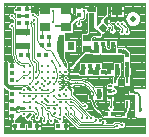
<source format=gbr>
G04 DipTrace 3.3.1.0*
G04 Top.gbr*
%MOMM*%
G04 #@! TF.FileFunction,Copper,L1,Top*
G04 #@! TF.Part,Single*
%AMOUTLINE0*
4,1,4,
0.20003,0.15,
0.20003,-0.15,
-0.20003,-0.15,
-0.20003,0.15,
0.20003,0.15,
0*%
%AMOUTLINE3*
4,1,5,
0.155,-0.23,
0.155,0.23,
0.078,0.23,
-0.155,0.0,
-0.155,-0.23,
0.155,-0.23,
0*%
%AMOUTLINE5*
4,1,4,
0.0,0.38,
0.38,0.0,
0.0,-0.38,
-0.38,0.0,
0.0,0.38,
0*%
%AMOUTLINE8*
4,1,5,
0.155,0.23,
0.155,-0.23,
0.078,-0.23,
-0.155,0.0,
-0.155,0.23,
0.155,0.23,
0*%
%AMOUTLINE10*
4,1,5,
-0.155,0.23,
-0.155,-0.23,
-0.078,-0.23,
0.155,0.0,
0.155,0.23,
-0.155,0.23,
0*%
%AMOUTLINE12*
4,1,5,
-0.155,-0.23,
-0.155,0.23,
-0.078,0.23,
0.155,0.0,
0.155,-0.23,
-0.155,-0.23,
0*%
G04 #@! TA.AperFunction,Conductor*
%ADD11C,0.14*%
G04 #@! TA.AperFunction,CopperBalancing*
%ADD12C,0.0762*%
%ADD13C,0.153*%
G04 #@! TA.AperFunction,Conductor*
%ADD14C,0.3*%
%ADD15C,0.08*%
G04 #@! TA.AperFunction,CopperBalancing*
%ADD16C,0.1*%
G04 #@! TA.AperFunction,Conductor*
%ADD17C,0.15*%
G04 #@! TA.AperFunction,BGAPad,Cudef*
%ADD18C,0.23*%
G04 #@! TA.AperFunction,Conductor*
%ADD19C,0.22*%
%ADD20C,0.35*%
G04 #@! TA.AperFunction,CopperBalancing*
%ADD21C,0.2*%
%ADD23R,0.41X0.37*%
%ADD26R,0.37X0.41*%
%ADD29R,0.72X0.59*%
%ADD32R,0.4X0.3*%
%ADD35R,0.3X0.4*%
%ADD38R,0.59X0.72*%
%ADD45R,0.2X0.44*%
%ADD48R,0.44X0.2*%
%ADD51R,0.76X0.76*%
%ADD53R,0.9X0.7*%
%ADD54R,1.2X0.6*%
%ADD55R,0.9X0.8*%
%ADD64C,0.5*%
G04 #@! TA.AperFunction,ViaPad*
%ADD66C,0.306*%
%ADD104OUTLINE0*%
%ADD107OUTLINE3*%
%ADD109OUTLINE5*%
%ADD112OUTLINE8*%
%ADD114OUTLINE10*%
%ADD116OUTLINE12*%
%FSLAX35Y35*%
G04*
G71*
G90*
G75*
G01*
G04 Top*
%LPD*%
X600000Y395000D2*
D12*
Y350660D1*
X687203Y263457D1*
X711757D1*
X400000Y295000D2*
D13*
X399337D1*
X574000Y692000D2*
X570453D1*
X598770Y663683D1*
X159000Y960000D2*
Y959193D1*
X246090Y494670D2*
X246420Y495000D1*
X250000D1*
X400000Y295000D2*
X375243Y319800D1*
X574000Y844000D2*
X611000D1*
X220000Y1110000D2*
D12*
Y1087000D1*
X224000Y1083000D1*
X785000Y1110000D2*
X782000D1*
X766000Y1094000D1*
X170000Y692000D2*
Y695000D1*
X321790Y692017D2*
X321983D1*
X95000Y485000D2*
Y483000D1*
X96000Y482000D1*
X75017Y859883D2*
X43017D1*
X350000Y595000D2*
D3*
X300000Y1110000D2*
D14*
X585000D1*
X665600D1*
X700000D1*
X808770Y682927D2*
D12*
Y674510D1*
X822280Y661000D1*
X900000Y870000D2*
Y871500D1*
X895870Y875630D1*
X865000Y915000D2*
Y917000D1*
X863370Y918630D1*
X952000Y850000D2*
X955000D1*
X985000Y880000D1*
X939640Y671423D2*
X973440D1*
X983863Y661000D1*
X1028893Y518687D2*
Y514693D1*
X1018000Y503800D1*
Y468000D1*
X1130000Y560000D2*
Y520000D1*
X1110000Y500000D1*
X1111000Y425000D2*
Y499000D1*
X1110000Y500000D1*
X995000Y355000D2*
X998000D1*
X1018000Y375000D1*
X1018940Y237017D2*
Y281060D1*
X1018000Y282000D1*
X970500Y237050D2*
Y279500D1*
X968000Y282000D1*
X1098000Y192000D2*
Y233630D1*
X1103240Y238870D1*
X1116960Y297403D2*
Y319040D1*
X1111000Y325000D1*
X503577Y545000D2*
X500000D1*
X96000Y600000D2*
Y643873D1*
X74873Y665000D1*
X50000D1*
X834157Y449867D2*
Y490327D1*
X832557Y491927D1*
X660000Y1094000D2*
Y1104400D1*
X665600Y1110000D1*
X557500Y1072500D2*
Y1082500D1*
X585000Y1110000D1*
X372500Y1072500D2*
Y1082500D1*
X400000Y1110000D1*
X221000Y960000D2*
Y892000D1*
X192000D1*
Y888000D1*
X300000Y395000D2*
X276087Y418913D1*
X235210Y879363D2*
X217923Y862077D1*
X192000Y888000D1*
X160000Y1021000D2*
D13*
Y1020853D1*
X167953Y370000D2*
D12*
X400637D1*
X424120Y376687D1*
X450000Y395000D1*
X160000Y1021000D2*
D3*
D13*
X224000D1*
X550000Y495000D2*
D15*
X577093Y483257D1*
G03X605030Y478327I24943J59726D01*
G01*
X673693D1*
G02X737900Y456450I-17583J-156764D01*
G01*
G02X783977Y413443I-75320J-126883D01*
G01*
G02X808997Y355803I-114372J-83896D01*
G01*
X833757Y336273D1*
X834157Y387867D2*
D16*
X833757Y336273D1*
X600000Y445000D2*
D15*
G02X633337Y455323I33291J-48518D01*
G01*
X650470D1*
G02X699423Y449157I6148J-148581D01*
G01*
G02X778147Y375857I-42912J-125011D01*
G01*
Y350670D1*
X763750Y336273D1*
X889000Y192000D2*
D17*
X871653Y205147D1*
G02X772500Y322643I40047J134380D01*
G01*
Y329810D1*
X763750Y336273D1*
X250000Y445000D2*
D12*
D3*
G03X276000Y488000I-26161J45179D01*
G01*
Y591397D1*
G03X258913Y630187I-85928J-14692D01*
G01*
G02X240000Y670330I51338J48715D01*
G01*
Y681970D1*
Y700000D1*
X232000Y692000D2*
Y752000D1*
X216000Y768000D1*
X192000D1*
X232000Y692000D2*
Y689970D1*
X240000Y681970D1*
X349000Y844000D2*
Y904000D1*
X372500Y927500D1*
X411000Y844000D2*
Y776000D1*
X1111000Y375000D2*
D11*
X1137893D1*
G02X1180000Y333027I395J-41710D01*
G01*
Y221267D1*
X951000Y192000D2*
D17*
X1036000D1*
X1068000Y282000D2*
Y252690D1*
G02X1058553Y214553I-72960J-2166D01*
G01*
X1036000Y192000D1*
X349000Y776000D2*
D12*
X336000D1*
G02X312000Y815027I36524J49354D01*
G01*
Y994537D1*
G03X298717Y1017157I-27731J-1075D01*
G01*
X272430Y1029283D1*
X500000Y595000D2*
X479457Y637380D1*
X446953Y701307D1*
G03X400190Y733893I-51270J-23727D01*
G01*
X387983Y733887D1*
G02X338140Y769307I18320J78560D01*
G01*
X349000Y776000D1*
X500000Y295000D2*
Y296000D1*
X509473Y291960D1*
X944610Y899110D2*
Y933790D1*
X916770Y961630D1*
X895870D1*
X550000Y195000D2*
Y186587D1*
X656247Y80340D1*
X955500D1*
X964457Y89297D1*
X984263D1*
X600000Y195000D2*
X600423Y182417D1*
X671430Y111410D1*
X855347D1*
X868120Y124183D1*
X600000Y245000D2*
X623887Y221113D1*
Y181280D1*
X678040Y127127D1*
X785420D1*
X804967Y138330D1*
X450000Y345000D2*
X469833Y325167D1*
X481637Y320000D1*
X592900D1*
G02X621120Y306880I379J-36093D01*
G01*
X759177Y168823D1*
X768527Y155850D1*
X550000Y295000D2*
Y294000D1*
X576000Y268000D1*
X611510D1*
X689643Y189867D1*
Y154980D1*
X600000Y295000D2*
X612000Y292000D1*
X728773Y175227D1*
Y155853D1*
X400000Y395000D2*
X349903D1*
X330620Y414283D1*
X444087Y974937D2*
Y1061433D1*
X350000Y395000D2*
X349903D1*
X300000Y545000D2*
Y620000D1*
X268000Y652000D1*
Y928000D1*
X261100Y937513D1*
G02X264640Y972640I21930J15532D01*
G01*
X284000Y992000D1*
X250000Y595000D2*
Y598000D1*
X228000Y620000D1*
X172000D1*
X140000Y652000D1*
X132580Y677157D1*
X120000Y720710D1*
Y995740D1*
X94917Y1020823D1*
X200000Y595000D2*
Y592000D1*
X188000Y604000D1*
X164000D1*
X124000Y644000D1*
X116493Y666980D1*
X104000Y709413D1*
Y928513D1*
X92337Y940177D1*
X250000Y295000D2*
X249000D1*
X247813Y296187D1*
X199983D1*
X350000Y445000D2*
X367640Y427360D1*
X660050Y955727D2*
Y985540D1*
X672460Y997950D1*
X693950D1*
X708000Y1012000D1*
Y1064000D1*
X250000Y545000D2*
X251000D1*
X225600Y519600D1*
X186880D1*
X140907Y473627D1*
Y469397D1*
X200000Y345000D2*
X197837Y342837D1*
X1028000Y100000D2*
X998273Y116993D1*
X969090D1*
X948197Y96100D1*
X663967D1*
X574000Y186067D1*
Y220000D1*
X549000Y245000D1*
X550000D1*
X300000Y195000D2*
X275453Y219547D1*
X180000D1*
X140993Y208007D1*
X350000Y245000D2*
Y180507D1*
X368000Y162507D1*
Y136000D1*
X400000Y195000D2*
Y161787D1*
X426497Y135290D1*
X300000Y295000D2*
Y297000D1*
X318777Y280933D1*
G03X350243Y269137I31022J34882D01*
G01*
G02X375230Y244310I-2649J-27653D01*
G01*
G03X398663Y218770I23782J-1700D01*
G01*
G02X423330Y193323I-7J-24685D01*
G01*
G03X440837Y171347I33944J9078D01*
G01*
X503887Y146703D1*
X350000Y295000D2*
Y294000D1*
X378690Y275063D1*
X395333Y270850D1*
X474857D1*
X991500Y956770D2*
X1026540Y921730D1*
Y887000D1*
X300000Y345000D2*
X275690Y320690D1*
X1030723Y957223D2*
X1067580Y920367D1*
Y886673D1*
X550000Y345000D2*
Y344907D1*
X533633Y361273D1*
X500000Y345000D2*
X496377Y348623D1*
X400000Y445000D2*
X414940Y463483D1*
X350000Y495000D2*
X374380Y470620D1*
X300000Y445000D2*
X297043D1*
X316717Y464673D1*
X251940Y345970D2*
X250000D1*
Y345000D1*
X243603Y343150D2*
X250000Y345000D1*
X450000Y445000D2*
G03X475577Y496497I-32086J48036D01*
G01*
Y537610D1*
G03X466510Y583843I-116449J1169D01*
G01*
X439113Y644403D1*
X466827Y934597D2*
D13*
X550403D1*
D12*
X557500Y927500D1*
D13*
X591223D1*
Y961143D1*
X662080Y1032000D1*
X660000D1*
X300000Y245000D2*
D12*
X305140Y228690D1*
G03X313050Y216833I60867J32040D01*
G01*
G02X309133Y161363I-23169J-26237D01*
G01*
X450000Y245000D2*
X459340Y235660D1*
X925000Y430620D2*
Y425000D1*
X450000Y195000D2*
X462007Y197333D1*
X956000Y388000D2*
G02X936000Y380000I-28785J42963D01*
G01*
X925000Y375000D1*
X500000Y245000D2*
Y244000D1*
X505300Y221903D1*
Y186047D1*
X932000Y248000D2*
Y318000D1*
X925000Y325000D1*
X300000Y495000D2*
Y496000D1*
X324000Y539377D1*
Y556670D1*
X317203Y573217D1*
Y630797D1*
X284000Y664000D1*
Y952000D1*
X600000Y595000D2*
D17*
X662770Y674770D1*
X728000Y740000D1*
X741267D1*
X757267Y724000D1*
X808000D1*
Y784000D1*
X870000D2*
Y732000D1*
X878000Y724000D1*
X948000D1*
X952000Y728000D1*
Y788000D2*
Y728000D1*
X1014000D2*
X1028000D1*
G02X1068000Y688000I-2729J-42729D01*
G01*
D3*
Y618000D2*
Y560000D1*
Y468000D1*
X596000Y768000D2*
X603710D1*
Y748663D1*
X600000Y545000D2*
X613000D1*
X690000D1*
X760000D2*
X809000D1*
X760000D2*
X759740Y600000D1*
X809000Y545000D2*
Y585720D1*
X822280Y599000D1*
X871000Y545000D2*
X915000D1*
X968000Y468000D2*
Y483500D1*
G02X976640Y507757I75309J-13157D01*
G01*
G03X983047Y541097I-32236J23480D01*
G01*
X981097D1*
X985000Y545000D1*
Y600137D1*
X983863Y599000D1*
X400000Y245000D2*
D13*
Y245413D1*
X413660Y243330D1*
X200000Y495000D2*
X197947Y492947D1*
Y492577D1*
X200000Y245000D2*
D18*
X175000D1*
X150000Y250000D1*
X135307Y245000D1*
X120510Y236000D1*
X96000D1*
X383807Y691417D2*
D12*
Y691807D1*
X198003Y547657D2*
Y546997D1*
X200000Y545000D1*
X197947Y492577D2*
Y492947D1*
X200000Y495000D1*
X95000Y540000D2*
Y539000D1*
X96000Y538000D1*
X550197Y398883D2*
Y395197D1*
X550000Y395000D1*
X400000Y545000D2*
D3*
Y595000D2*
D3*
X95000Y360000D2*
X96000D1*
X447473Y497527D2*
X450000Y495000D1*
X546300Y548837D2*
Y545000D1*
X550000D1*
X249640Y248610D2*
Y245360D1*
X250000Y245000D1*
Y195000D2*
D19*
X226927Y171927D1*
Y162927D1*
X96000Y420000D2*
D20*
X68343D1*
X44927Y443417D1*
Y619730D1*
X130000Y1070000D2*
D12*
X147000D1*
X160000Y1083000D1*
D66*
X711757Y263457D3*
X598770Y663683D3*
X159000Y959193D3*
X611000Y844000D3*
X276087Y418913D3*
X235210Y879363D3*
X160000Y1020853D3*
X167953Y370000D3*
X160000Y1020853D3*
X1180000Y221267D3*
X272430Y1029283D3*
X509473Y291960D3*
X944610Y899110D3*
X984263Y89297D3*
X868120Y124183D3*
X804967Y138330D3*
X768527Y155850D3*
X689643Y154980D3*
X728773Y155853D3*
X330620Y414283D3*
X444087Y974937D3*
Y1061433D3*
X284000Y992000D3*
X94917Y1020823D3*
X92337Y940177D3*
X199983Y296187D3*
X367640Y427360D3*
X660050Y955727D3*
X708000Y1064000D3*
X140907Y469397D3*
X197837Y342837D3*
X1028000Y100000D3*
X140993Y208007D3*
X368000Y136000D3*
X426497Y135290D3*
X503887Y146703D3*
X474857Y270850D3*
X991500Y956770D3*
X1026540Y887000D3*
X275690Y320690D3*
X1030723Y957223D3*
X1067580Y886673D3*
X533633Y361273D3*
X496377Y348623D3*
X414940Y463483D3*
X374380Y470620D3*
X316717Y464673D3*
X243603Y343150D3*
X439113Y644403D3*
X466827Y934597D3*
X309133Y161363D3*
X459340Y235660D3*
X925000Y430620D3*
X462007Y197333D3*
X956000Y388000D3*
X505300Y186047D3*
X932000Y248000D3*
X284000Y952000D3*
X603710Y748663D3*
X413660Y243330D3*
X226927Y162927D3*
X383807Y691417D3*
X43017Y859883D3*
X75017D3*
X44927Y619730D3*
X150000Y250000D3*
X50000Y165000D3*
X140000Y50000D3*
Y140000D3*
X165000Y165000D3*
X487617Y92383D3*
X400000Y595000D3*
Y545000D3*
X280000Y50000D3*
X95000Y485000D3*
X520000Y50000D3*
X321790Y692017D3*
X198047Y398690D3*
X835000Y1045000D3*
X130000Y1070000D3*
X835000Y1005000D3*
X550197Y398883D3*
X95000Y360000D3*
X197947Y492577D3*
X95000Y540000D3*
X503577Y545000D3*
X246090Y494670D3*
X350000Y595000D3*
X447473Y497527D3*
X546300Y548837D3*
X249640Y248610D3*
X170000Y695000D3*
X375243Y319800D3*
X500000Y395000D3*
Y445000D3*
X50000Y280000D3*
X198003Y547657D3*
X900000Y870000D3*
X1000000Y830000D3*
X865000Y915000D3*
X870000Y830000D3*
X1060000Y770000D3*
X1100000Y730000D3*
X985000Y880000D3*
X1000000Y775000D3*
X995000Y355000D3*
X890000Y290000D3*
X1110000Y605000D3*
Y665000D3*
X1040000Y395000D3*
X1110000Y500000D3*
X820467Y292110D3*
X1029520Y600773D3*
X939640Y671423D3*
X1028457Y671760D3*
X1028893Y518687D3*
X809183Y828687D3*
X927847Y600390D3*
X870953Y599147D3*
X832557Y491927D3*
X788873Y453470D3*
X923657Y492950D3*
X750967Y681167D3*
X678497Y505567D3*
X881137Y350073D3*
X653350Y608123D3*
X671550Y324427D3*
X834837Y174527D3*
X630170Y362523D3*
X632153Y577193D3*
X905183Y146873D3*
X787903Y215367D3*
X968643Y147113D3*
X704667Y963530D3*
X880460Y674060D3*
X1103057Y146933D3*
X1037847Y147147D3*
X1116960Y297403D3*
X1103240Y238870D3*
X661680Y829730D3*
X50000Y760000D3*
Y50000D3*
X380000D3*
X50000Y665000D3*
Y380000D3*
X881647Y242757D3*
X755477Y261880D3*
X970500Y237050D3*
X1018940Y237017D3*
X725607Y390190D3*
X719827Y323330D3*
X677423Y422013D3*
X871747Y428960D3*
X666160Y756340D3*
X743430Y492620D3*
X643617Y913907D3*
X808770Y682927D3*
X642510Y705313D3*
X697763Y658167D3*
X1030000Y1110000D3*
X930000D3*
X1120000D3*
X1200000D3*
X700000D3*
X785000D3*
X585000D3*
X50000Y1010000D3*
Y910000D3*
X400000Y1110000D3*
X505000D3*
X220000D3*
X300000D3*
X50000D3*
X697017Y602090D3*
X1200000Y520000D3*
Y620000D3*
Y710000D3*
Y430047D3*
X197170Y191900D3*
X1160000Y140000D3*
X1200000D3*
Y810000D3*
Y910000D3*
Y1010000D3*
X620000Y50000D3*
X720000D3*
X1200000D3*
X1110000D3*
X920000D3*
X1020000D3*
X820000D3*
X153413Y170333D2*
D16*
X177820D1*
X143743Y160667D2*
X197700D1*
X134077Y151000D2*
X200240D1*
X126010Y141333D2*
X207603D1*
X126010Y131667D2*
X258990D1*
X170580Y122000D2*
X258990D1*
X171010Y112333D2*
X194577D1*
X230737D2*
X258990D1*
X171010Y102667D2*
X193990D1*
X240403D2*
X258990D1*
X171010Y93000D2*
X193990D1*
X241010D2*
X258990D1*
X171010Y83333D2*
X193990D1*
X241010D2*
X258990D1*
X129520Y147453D2*
Y142480D1*
X125007D1*
X125000Y125527D1*
X153520Y125520D1*
Y124993D1*
X165783Y124940D1*
X167270Y124457D1*
X168537Y123537D1*
X169457Y122270D1*
X169940Y120783D1*
X170000Y105000D1*
Y80020D1*
X194980Y80000D1*
X195060Y110783D1*
X195543Y112270D1*
X196463Y113537D1*
X197730Y114457D1*
X199217Y114940D1*
X215000Y115000D1*
X225783Y114940D1*
X227270Y114457D1*
X228537Y113537D1*
X239047Y102940D1*
X239757Y101547D1*
X240000Y100000D1*
Y80020D1*
X259980Y80000D1*
X260000Y134980D1*
X244217Y135060D1*
X242730Y135543D1*
X241463Y136463D1*
X240070Y137860D1*
X237763Y136763D1*
X233537Y135390D1*
X229150Y134693D1*
X224703D1*
X220317Y135390D1*
X216090Y136763D1*
X212130Y138780D1*
X208533Y141393D1*
X205393Y144533D1*
X202780Y148130D1*
X200763Y152090D1*
X199390Y156317D1*
X198693Y160703D1*
X198633Y163613D1*
X194950Y163667D1*
X190560Y164363D1*
X186333Y165737D1*
X182373Y167753D1*
X178780Y170363D1*
X175637Y173507D1*
X173023Y177103D1*
X171497Y179997D1*
X162090Y180000D1*
X129520Y147450D1*
X495627Y849520D2*
X525073D1*
X491760Y839853D2*
X525053D1*
X487873Y830187D2*
X525033D1*
X484007Y820520D2*
X525033D1*
X480120Y810853D2*
X525013D1*
X476800Y801187D2*
X524997D1*
X476860Y791520D2*
X524977D1*
X476937Y781853D2*
X524957D1*
X476997Y772187D2*
X524937D1*
X477053Y762520D2*
X524917D1*
X477113Y752853D2*
X524917D1*
X477190Y743187D2*
X524897D1*
X477250Y733520D2*
X524877D1*
X480747Y723853D2*
X524860D1*
X484497Y714187D2*
X524840D1*
X488227Y704520D2*
X524820D1*
X491957Y694853D2*
X524800D1*
X495707Y685187D2*
X524780D1*
X499437Y675520D2*
X524780D1*
X505550Y665853D2*
X526500D1*
X512133Y656187D2*
X531637D1*
X518733Y646520D2*
X536793D1*
X525333Y636853D2*
X541947D1*
X531917Y627187D2*
X547103D1*
X538520Y617520D2*
X552240D1*
X542600Y607853D2*
X553863D1*
X545023Y598187D2*
X553980D1*
X554983Y597483D2*
X554777Y614653D1*
X526007Y668813D1*
X525763Y670360D1*
X526093Y859127D1*
X498400Y858860D1*
X475800Y802573D1*
X476247Y732913D1*
X499067Y673887D1*
X540133Y613510D1*
X544020Y598213D1*
X545047Y594103D1*
X550517Y590760D1*
X554987Y597493D1*
X31243Y1120333D2*
X313093D1*
X431907D2*
X498093D1*
X616907D2*
X625103D1*
X694897D2*
X1218990D1*
X31243Y1110667D2*
X125103D1*
X258900D2*
X313093D1*
X431907D2*
X498093D1*
X616907D2*
X625103D1*
X694897D2*
X1218990D1*
X31223Y1101000D2*
X125103D1*
X258900D2*
X313093D1*
X431907D2*
X498093D1*
X616907D2*
X625103D1*
X694897D2*
X795593D1*
X914407D2*
X925593D1*
X1044407D2*
X1218990D1*
X31223Y1091333D2*
X109810D1*
X258900D2*
X313093D1*
X616907D2*
X625103D1*
X717747D2*
X795593D1*
X914407D2*
X925593D1*
X1044407D2*
X1218990D1*
X31223Y1081667D2*
X102780D1*
X258900D2*
X313093D1*
X616907D2*
X625103D1*
X731617D2*
X795593D1*
X914407D2*
X925593D1*
X1044407D2*
X1218990D1*
X31223Y1072000D2*
X100377D1*
X258900D2*
X313093D1*
X616907D2*
X625103D1*
X736557D2*
X795593D1*
X914407D2*
X925593D1*
X1044407D2*
X1218990D1*
X31223Y1062333D2*
X101333D1*
X258900D2*
X313093D1*
X616907D2*
X625103D1*
X914407D2*
X925593D1*
X1044407D2*
X1113777D1*
X1126223D2*
X1218990D1*
X31223Y1052667D2*
X106120D1*
X290073D2*
X313093D1*
X616907D2*
X625103D1*
X914407D2*
X925593D1*
X1044407D2*
X1084947D1*
X1155053D2*
X1218990D1*
X31223Y1043000D2*
X75690D1*
X114133D2*
X119263D1*
X298647D2*
X313093D1*
X616907D2*
X625103D1*
X914407D2*
X925593D1*
X1044407D2*
X1073777D1*
X1166223D2*
X1218990D1*
X31223Y1033333D2*
X68093D1*
X305737D2*
X313093D1*
X616907D2*
X625103D1*
X914407D2*
X925593D1*
X1044407D2*
X1065963D1*
X1174037D2*
X1218990D1*
X31223Y1023667D2*
X65357D1*
X616907D2*
X622987D1*
X914407D2*
X925593D1*
X1044407D2*
X1061040D1*
X1178960D2*
X1218990D1*
X31207Y1014000D2*
X66040D1*
X598997D2*
X613307D1*
X914407D2*
X925593D1*
X1044407D2*
X1058053D1*
X1181947D2*
X1218990D1*
X31207Y1004333D2*
X70437D1*
X724407D2*
X731100D1*
X884837D2*
X1056530D1*
X1183470D2*
X1218990D1*
X31207Y994667D2*
X82097D1*
X716010D2*
X733093D1*
X921243D2*
X1056687D1*
X1183313D2*
X1218990D1*
X31207Y985000D2*
X101783D1*
X706283D2*
X733093D1*
X925757D2*
X985320D1*
X997670D2*
X1022507D1*
X1038940D2*
X1058210D1*
X1181790D2*
X1218990D1*
X31207Y975333D2*
X101783D1*
X682007D2*
X733093D1*
X928177D2*
X968620D1*
X1053980D2*
X1061550D1*
X1178450D2*
X1218990D1*
X31207Y965667D2*
X78150D1*
X626517D2*
X632130D1*
X687983D2*
X733093D1*
X938080D2*
X963210D1*
X1059153D2*
X1066470D1*
X1173530D2*
X1218990D1*
X31207Y956000D2*
X67390D1*
X616907D2*
X630357D1*
X689740D2*
X733093D1*
X947747D2*
X961803D1*
X1060403D2*
X1074770D1*
X1165230D2*
X1218990D1*
X31207Y946333D2*
X63307D1*
X616907D2*
X631940D1*
X688177D2*
X733093D1*
X957397D2*
X963780D1*
X1066947D2*
X1086920D1*
X1153080D2*
X1218990D1*
X31207Y936667D2*
X62857D1*
X616907D2*
X637583D1*
X682513D2*
X733093D1*
X962573D2*
X970027D1*
X1076617D2*
X1218990D1*
X31187Y927000D2*
X65847D1*
X616907D2*
X733093D1*
X919017D2*
X926060D1*
X962827D2*
X995923D1*
X1084467D2*
X1218990D1*
X31187Y917333D2*
X73970D1*
X616907D2*
X733093D1*
X915717D2*
X921430D1*
X967787D2*
X1005593D1*
X1085793D2*
X1218990D1*
X31187Y907667D2*
X85787D1*
X616907D2*
X733093D1*
X910367D2*
X916217D1*
X973003D2*
X1005630D1*
X1088157D2*
X1218990D1*
X31187Y898000D2*
X85787D1*
X616907D2*
X733093D1*
X900697D2*
X914927D1*
X974290D2*
X999030D1*
X1094957D2*
X1218990D1*
X31187Y888333D2*
X85787D1*
X616907D2*
X731960D1*
X891030D2*
X917017D1*
X972200D2*
X996860D1*
X1097240D2*
X1218990D1*
X31187Y878667D2*
X85787D1*
X616907D2*
X677603D1*
X881360D2*
X923463D1*
X965757D2*
X998073D1*
X1096147D2*
X1218990D1*
X31187Y869000D2*
X85787D1*
X544897D2*
X677603D1*
X871030D2*
X1003190D1*
X1091187D2*
X1218990D1*
X31187Y859333D2*
X85787D1*
X545503D2*
X677603D1*
X860777D2*
X1017917D1*
X1035170D2*
X1057857D1*
X1077320D2*
X1218990D1*
X31187Y849667D2*
X85787D1*
X545483D2*
X677603D1*
X860443D2*
X1218990D1*
X31187Y840000D2*
X85787D1*
X545463D2*
X677603D1*
X851850D2*
X1218990D1*
X31167Y830333D2*
X85787D1*
X545443D2*
X677603D1*
X778393D2*
X1218990D1*
X31167Y820667D2*
X85787D1*
X545423D2*
X677603D1*
X778393D2*
X1218990D1*
X31167Y811000D2*
X85787D1*
X639897D2*
X677603D1*
X902903D2*
X917097D1*
X986907D2*
X1218990D1*
X31167Y801333D2*
X85787D1*
X639897D2*
X677603D1*
X902903D2*
X917097D1*
X986907D2*
X1218990D1*
X31167Y791667D2*
X85787D1*
X639897D2*
X681003D1*
X902903D2*
X917097D1*
X986907D2*
X1218990D1*
X31167Y782000D2*
X85787D1*
X639897D2*
X677603D1*
X902903D2*
X917097D1*
X986907D2*
X1218990D1*
X31167Y772333D2*
X85787D1*
X639897D2*
X677603D1*
X902903D2*
X917097D1*
X986907D2*
X1218990D1*
X31167Y762667D2*
X85787D1*
X639897D2*
X677603D1*
X904077D2*
X917097D1*
X986907D2*
X1218990D1*
X31167Y753000D2*
X85787D1*
X639897D2*
X677603D1*
X1057747D2*
X1218990D1*
X31147Y743333D2*
X85787D1*
X639897D2*
X677603D1*
X1067457D2*
X1218990D1*
X31147Y733667D2*
X85787D1*
X639897D2*
X677603D1*
X1077163D2*
X1218990D1*
X31147Y724000D2*
X85787D1*
X639897D2*
X677603D1*
X1086870D2*
X1218990D1*
X31147Y714333D2*
X85787D1*
X545247D2*
X671783D1*
X1097397D2*
X1218990D1*
X31147Y704667D2*
X86450D1*
X545230D2*
X662117D1*
X1097397D2*
X1218990D1*
X31147Y695000D2*
X89303D1*
X545210D2*
X652447D1*
X713550D2*
X912623D1*
X1097397D2*
X1218990D1*
X31147Y685333D2*
X92153D1*
X545190D2*
X643483D1*
X703900D2*
X1038600D1*
X1097397D2*
X1218990D1*
X31147Y675667D2*
X94987D1*
X545170D2*
X635883D1*
X694233D2*
X1038600D1*
X1097397D2*
X1218990D1*
X31147Y666000D2*
X97837D1*
X549270D2*
X628267D1*
X684563D2*
X1038600D1*
X1097397D2*
X1218990D1*
X31127Y656333D2*
X100867D1*
X554407D2*
X620670D1*
X675853D2*
X1038600D1*
X1097397D2*
X1218990D1*
X61070Y646667D2*
X104030D1*
X559563D2*
X613053D1*
X668257D2*
X1038600D1*
X1097397D2*
X1218990D1*
X71557Y637000D2*
X107270D1*
X564720D2*
X605457D1*
X660640D2*
X1038600D1*
X1097397D2*
X1218990D1*
X569877Y627333D2*
X597837D1*
X653040D2*
X664850D1*
X857180D2*
X948970D1*
X1018763D2*
X1038600D1*
X1097397D2*
X1218990D1*
X574057Y617667D2*
X588697D1*
X645423D2*
X664850D1*
X857180D2*
X948970D1*
X1018763D2*
X1038600D1*
X1097397D2*
X1218990D1*
X637827Y608000D2*
X664850D1*
X857180D2*
X948970D1*
X1018763D2*
X1038600D1*
X1097397D2*
X1218990D1*
X630210Y598333D2*
X664850D1*
X857180D2*
X948970D1*
X1018763D2*
X1038600D1*
X1097473D2*
X1218990D1*
X625073Y588667D2*
X664850D1*
X857280D2*
X948970D1*
X1019017D2*
X1035103D1*
X1100893D2*
X1218990D1*
X570073Y579000D2*
X579927D1*
X620073D2*
X663383D1*
X857180D2*
X948970D1*
X1019097D2*
X1035103D1*
X1100893D2*
X1218990D1*
X567397Y569333D2*
X593717D1*
X606283D2*
X655593D1*
X1019407D2*
X1035103D1*
X1100893D2*
X1218990D1*
X1019407Y559667D2*
X1035103D1*
X1100893D2*
X1218990D1*
X1019407Y550000D2*
X1035103D1*
X1100893D2*
X1218990D1*
X1019427Y540333D2*
X1035103D1*
X1100893D2*
X1218990D1*
X571360Y530667D2*
X578643D1*
X1019507D2*
X1035103D1*
X1100893D2*
X1218990D1*
X507630Y521000D2*
X538307D1*
X557630D2*
X592370D1*
X607630D2*
X655593D1*
X1019407D2*
X1038483D1*
X1097553D2*
X1218990D1*
X519800Y511333D2*
X530200D1*
X569800D2*
X776100D1*
X903900D2*
X947270D1*
X1009583D2*
X1040143D1*
X1095930D2*
X1218990D1*
X579370Y501667D2*
X943600D1*
X1003060D2*
X1041803D1*
X1094310D2*
X1218990D1*
X696323Y492000D2*
X943600D1*
X996537D2*
X1043463D1*
X1092710D2*
X1218990D1*
X522437Y482333D2*
X527577D1*
X726517D2*
X943600D1*
X992473D2*
X1043600D1*
X1092397D2*
X1218990D1*
X512007Y472667D2*
X537993D1*
X745403D2*
X943600D1*
X992397D2*
X1043600D1*
X1092397D2*
X1218990D1*
X518197Y463000D2*
X531803D1*
X568197D2*
X581803D1*
X759957D2*
X943600D1*
X992397D2*
X1043600D1*
X1092397D2*
X1218990D1*
X772180Y453333D2*
X906450D1*
X992397D2*
X1043600D1*
X1092397D2*
X1218990D1*
X782533Y443667D2*
X888600D1*
X992397D2*
X1043600D1*
X1092397D2*
X1218990D1*
X623333Y434000D2*
X683640D1*
X790793D2*
X888600D1*
X992397D2*
X1043600D1*
X1092397D2*
X1218990D1*
X514897Y424333D2*
X535103D1*
X564897D2*
X585103D1*
X614897D2*
X710983D1*
X798550D2*
X888600D1*
X961400D2*
X1218990D1*
X516263Y414667D2*
X525220D1*
X575170D2*
X583737D1*
X616263D2*
X725593D1*
X869057D2*
X888600D1*
X967610D2*
X1128893D1*
X31087Y405000D2*
X38633D1*
X623803D2*
X736607D1*
X869057D2*
X888600D1*
X980130D2*
X1119243D1*
X31087Y395333D2*
X48737D1*
X625893D2*
X745377D1*
X869057D2*
X888600D1*
X984740D2*
X1074597D1*
X31070Y385667D2*
X61100D1*
X624077D2*
X752153D1*
X869057D2*
X888600D1*
X985600D2*
X1074597D1*
X31070Y376000D2*
X61100D1*
X618217D2*
X757543D1*
X869057D2*
X888600D1*
X983080D2*
X1074597D1*
X31070Y366333D2*
X61100D1*
X618217D2*
X759753D1*
X869057D2*
X888600D1*
X975813D2*
X1074597D1*
X31070Y356667D2*
X61100D1*
X619330D2*
X730473D1*
X869057D2*
X888600D1*
X961400D2*
X1074597D1*
X31070Y347000D2*
X61100D1*
X628997D2*
X729343D1*
X868237D2*
X888600D1*
X961400D2*
X1129753D1*
X31070Y337333D2*
X61100D1*
X638667D2*
X729343D1*
X868157D2*
X888600D1*
X961400D2*
X1129753D1*
X31070Y327667D2*
X61100D1*
X648333D2*
X729343D1*
X868157D2*
X888600D1*
X961400D2*
X1129753D1*
X31070Y318000D2*
X61100D1*
X658003D2*
X729753D1*
X867747D2*
X888600D1*
X961400D2*
X1129753D1*
X31070Y308333D2*
X61100D1*
X667670D2*
X739263D1*
X858237D2*
X888600D1*
X961400D2*
X1043600D1*
X1092397D2*
X1129753D1*
X31070Y298667D2*
X61100D1*
X677337D2*
X754870D1*
X800813D2*
X913793D1*
X950210D2*
X1043600D1*
X1092397D2*
X1129753D1*
X31050Y289000D2*
X61100D1*
X687007D2*
X697663D1*
X725833D2*
X758013D1*
X804937D2*
X913793D1*
X950210D2*
X1043600D1*
X1092397D2*
X1129753D1*
X31050Y279333D2*
X61100D1*
X736673D2*
X761257D1*
X809897D2*
X913793D1*
X950210D2*
X1043600D1*
X1092397D2*
X1129753D1*
X31050Y269667D2*
X61100D1*
X740777D2*
X765827D1*
X816107D2*
X912173D1*
X951830D2*
X1043600D1*
X1092397D2*
X1129753D1*
X31050Y260000D2*
X61100D1*
X741243D2*
X770630D1*
X824057D2*
X904927D1*
X959077D2*
X1043600D1*
X1092397D2*
X1129753D1*
X31050Y250333D2*
X61100D1*
X738277D2*
X776843D1*
X833860D2*
X902390D1*
X961597D2*
X1043600D1*
X1092397D2*
X1129753D1*
X31050Y240667D2*
X61100D1*
X730210D2*
X783677D1*
X846360D2*
X903247D1*
X960757D2*
X1044303D1*
X1088470D2*
X1129753D1*
X31050Y231000D2*
X61100D1*
X722337D2*
X791843D1*
X863353D2*
X907877D1*
X956127D2*
X1041860D1*
X1087180D2*
X1129753D1*
X31050Y221333D2*
X61100D1*
X732007D2*
X801627D1*
X1085210D2*
X1129753D1*
X31050Y211667D2*
X61100D1*
X741673D2*
X812917D1*
X1081070D2*
X1129753D1*
X31030Y202000D2*
X61100D1*
X751343D2*
X826763D1*
X1076263D2*
X1129753D1*
X31030Y192333D2*
X61100D1*
X761010D2*
X837407D1*
X1068900D2*
X1129753D1*
X31030Y182667D2*
X61100D1*
X779760D2*
X843580D1*
X1068900D2*
X1129753D1*
X31030Y173000D2*
X61100D1*
X263510D2*
X281900D1*
X531870D2*
X537340D1*
X792533D2*
X849753D1*
X1068900D2*
X1130437D1*
X31030Y163333D2*
X61100D1*
X256617D2*
X279497D1*
X528277D2*
X547917D1*
X820053D2*
X855963D1*
X1068900D2*
X1139127D1*
X31030Y153667D2*
X61100D1*
X255093D2*
X280493D1*
X337787D2*
X344380D1*
X532730D2*
X557583D1*
X830230D2*
X1218990D1*
X31030Y144000D2*
X61100D1*
X278783D2*
X285280D1*
X332983D2*
X339440D1*
X454837D2*
X462527D1*
X533450D2*
X567253D1*
X834097D2*
X846353D1*
X889877D2*
X1218990D1*
X31030Y134333D2*
X105593D1*
X279407D2*
X298483D1*
X319780D2*
X338347D1*
X456187D2*
X476997D1*
X530777D2*
X576920D1*
X834390D2*
X840280D1*
X895970D2*
X1218990D1*
X31030Y124667D2*
X89107D1*
X897807D2*
X951430D1*
X1043667D2*
X1218990D1*
X31010Y115000D2*
X89107D1*
X388570D2*
X405200D1*
X447787D2*
X455103D1*
X582903D2*
X596257D1*
X896303D2*
X941763D1*
X1053470D2*
X1218990D1*
X31010Y105333D2*
X89107D1*
X344897D2*
X455103D1*
X582903D2*
X605923D1*
X1057200D2*
X1218990D1*
X31010Y95667D2*
X89107D1*
X344897D2*
X455103D1*
X582903D2*
X615573D1*
X1057377D2*
X1218990D1*
X31010Y86000D2*
X89107D1*
X344897D2*
X455103D1*
X582903D2*
X625240D1*
X1054057D2*
X1218990D1*
X31010Y76333D2*
X89107D1*
X344897D2*
X455103D1*
X582903D2*
X634907D1*
X1045230D2*
X1218990D1*
X31010Y66667D2*
X89107D1*
X344897D2*
X455103D1*
X582903D2*
X644790D1*
X1002923D2*
X1218990D1*
X31010Y57000D2*
X1218990D1*
X31010Y47333D2*
X1218990D1*
X31010Y37667D2*
X1218990D1*
X191100Y1114900D2*
X257900D1*
Y1054037D1*
X261447Y1055800D1*
X265730Y1057190D1*
X270177Y1057893D1*
X274683D1*
X279130Y1057190D1*
X283413Y1055800D1*
X287427Y1053753D1*
X291070Y1051107D1*
X294253Y1047923D1*
X296900Y1044280D1*
X298947Y1040267D1*
X300337Y1035983D1*
X300473Y1035300D1*
X307130Y1032170D1*
X309373Y1030670D1*
X310407Y1029787D1*
X314100Y1029100D1*
Y1125900D1*
X430900D1*
Y1097997D1*
X499100Y1098100D1*
Y1125900D1*
X615900D1*
Y1019100D1*
X597997D1*
X598000Y997707D1*
X626100Y1025787D1*
Y1125900D1*
X693900D1*
Y1088997D1*
X697017Y1090517D1*
X701300Y1091907D1*
X705747Y1092610D1*
X710253D1*
X714700Y1091907D1*
X718983Y1090517D1*
X722997Y1088470D1*
X726640Y1085823D1*
X729823Y1082640D1*
X732470Y1078997D1*
X734517Y1074983D1*
X735907Y1070700D1*
X736610Y1066253D1*
X736697Y1063903D1*
X747533Y1064033D1*
X792100Y1063900D1*
X796613D1*
X796600Y1108400D1*
X913400D1*
Y1011600D1*
X890763D1*
X877553Y997720D1*
X880370Y998030D1*
X912420Y997990D1*
X915510Y997373D1*
X918370Y996057D1*
X920847Y994107D1*
X922797Y991630D1*
X924113Y988770D1*
X924730Y985680D1*
X924770Y976877D1*
X926887Y975553D1*
X928943Y973797D1*
X957697Y944967D1*
X959283Y942783D1*
X960510Y940377D1*
X961343Y937807D1*
X961767Y935140D1*
X961820Y922090D1*
X964903Y919403D1*
X967830Y915980D1*
X970183Y912140D1*
X971907Y907980D1*
X972957Y903600D1*
X973310Y899110D1*
X972957Y894620D1*
X971907Y890240D1*
X970183Y886080D1*
X967830Y882240D1*
X964903Y878817D1*
X961480Y875890D1*
X957640Y873537D1*
X953480Y871813D1*
X949100Y870763D1*
X944610Y870410D1*
X940120Y870763D1*
X935740Y871813D1*
X931580Y873537D1*
X927740Y875890D1*
X924317Y878817D1*
X921390Y882240D1*
X919037Y886080D1*
X917313Y890240D1*
X916263Y894620D1*
X915910Y899110D1*
X916263Y903600D1*
X917313Y907980D1*
X919037Y912140D1*
X921390Y915980D1*
X924317Y919403D1*
X927403Y922063D1*
X927400Y926670D1*
X922650Y931413D1*
X920847Y929153D1*
X918370Y927203D1*
X915510Y925887D1*
X913463Y925393D1*
X913190Y924943D1*
X914297Y922160D1*
X914757Y919203D1*
X914550Y916217D1*
X913687Y913350D1*
X912207Y910747D1*
X910140Y908447D1*
X872150Y870507D1*
X869683Y868810D1*
X866903Y867703D1*
X863943Y867243D1*
X860957Y867450D1*
X859977Y867667D1*
X859770Y865630D1*
X859730Y851580D1*
X859113Y848490D1*
X857797Y845627D1*
X855847Y843153D1*
X853373Y841203D1*
X850510Y839887D1*
X847420Y839270D1*
X815370Y839230D1*
X812243Y839600D1*
X786277Y839703D1*
X777407Y830840D1*
X777400Y817903D1*
X901900Y817900D1*
Y765693D1*
X907017Y752417D1*
X911400Y752380D1*
X913817Y753227D1*
X919477Y756100D1*
X918100D1*
Y819900D1*
X985900D1*
Y761910D1*
X1045900Y761900D1*
Y761410D1*
X1048253Y760507D1*
X1050883Y758773D1*
X1088470Y721413D1*
X1096400Y721400D1*
Y654600D1*
X1096070D1*
X1096050Y651390D1*
X1096400Y651400D1*
Y598723D1*
X1097290Y593890D1*
X1099900Y593900D1*
Y526100D1*
X1097420D1*
X1091403Y490210D1*
X1091400Y432600D1*
X1044600D1*
Y491173D1*
X1038613Y526100D1*
X1036100D1*
Y593900D1*
X1038853D1*
X1039600Y597937D1*
Y651400D1*
X1040010D1*
X1040003Y654583D1*
X1039600Y654600D1*
Y694110D1*
X920100Y694100D1*
Y694743D1*
X896400Y695600D1*
X844600D1*
Y696987D1*
X841420Y697000D1*
X841400Y695600D1*
X774600D1*
Y697103D1*
X714647Y697100D1*
X678423Y660867D1*
X624783Y592697D1*
X624213Y589187D1*
X623003Y585470D1*
X621230Y581990D1*
X618933Y578830D1*
X616170Y576067D1*
X613010Y573770D1*
X609530Y571997D1*
X605813Y570787D1*
X601953Y570177D1*
X598047D1*
X594187Y570787D1*
X590470Y571997D1*
X586990Y573770D1*
X583830Y576067D1*
X581067Y578830D1*
X578770Y581990D1*
X576997Y585470D1*
X575787Y589187D1*
X575177Y593047D1*
Y596953D1*
X575787Y600813D1*
X576997Y604530D1*
X578770Y608010D1*
X581067Y611170D1*
X583830Y613933D1*
X586990Y616230D1*
X590470Y618003D1*
X591927Y618540D1*
X646877Y688343D1*
X665670Y707227D1*
X678610Y720167D1*
X678600Y782900D1*
X682020D1*
X682000Y793113D1*
X678600Y793100D1*
Y878900D1*
X723543D1*
X734103Y889473D1*
X734163Y1000117D1*
X732100Y1000100D1*
Y1048400D1*
X729823Y1045360D1*
X726640Y1042177D1*
X725207Y1041047D1*
X725157Y1010650D1*
X724733Y1007983D1*
X723900Y1005413D1*
X722673Y1003007D1*
X721087Y1000823D1*
X706120Y985780D1*
X704067Y984027D1*
X701763Y982617D1*
X699267Y981583D1*
X696643Y980953D1*
X693943Y980740D1*
X679593D1*
X677433Y978587D1*
X680343Y976020D1*
X683270Y972597D1*
X685623Y968757D1*
X687347Y964597D1*
X688397Y960217D1*
X688750Y955727D1*
X688397Y951237D1*
X687347Y946857D1*
X685623Y942697D1*
X683270Y938857D1*
X680343Y935433D1*
X676920Y932507D1*
X673080Y930153D1*
X668920Y928430D1*
X664540Y927380D1*
X660050Y927027D1*
X655560Y927380D1*
X651180Y928430D1*
X647020Y930153D1*
X643180Y932507D1*
X639757Y935433D1*
X636830Y938857D1*
X634477Y942697D1*
X632753Y946857D1*
X631703Y951237D1*
X631350Y955727D1*
X631703Y960217D1*
X632753Y964597D1*
X634477Y968757D1*
X636830Y972597D1*
X639757Y976020D1*
X642843Y978680D1*
X642840Y983003D1*
X615900Y955900D1*
Y874100D1*
X543890D1*
X543900Y868153D1*
X544450Y865370D1*
Y834163D1*
X544420Y816840D1*
X553093Y816850D1*
X553100Y817400D1*
X638900D1*
Y718600D1*
X544260Y718557D1*
X544170Y673700D1*
X572047Y621277D1*
X572957Y618263D1*
X573160Y616163D1*
X573310Y603760D1*
X574213Y600813D1*
X574823Y596953D1*
Y593047D1*
X574213Y589187D1*
X573003Y585470D1*
X571230Y581990D1*
X568933Y578830D1*
X566170Y576067D1*
X563010Y573770D1*
X561710Y573040D1*
X564940Y570660D1*
X568123Y567477D1*
X570770Y563833D1*
X572817Y559820D1*
X574207Y555537D1*
X574910Y551090D1*
Y546583D1*
X574823Y543047D1*
X574213Y539187D1*
X573003Y535470D1*
X571230Y531990D1*
X568933Y528830D1*
X566170Y526067D1*
X563010Y523770D1*
X559530Y521997D1*
X555813Y520787D1*
X551953Y520177D1*
X546300Y520137D1*
X541810Y520490D1*
X537430Y521540D1*
X533270Y523263D1*
X529430Y525617D1*
X526007Y528543D1*
X523080Y531967D1*
X522063Y533460D1*
X519933Y530080D1*
X517290Y527083D1*
X514203Y524547D1*
X510747Y522540D1*
X507017Y521110D1*
X503103Y520293D1*
X499113Y520117D1*
X495143Y520577D1*
X492787Y521173D1*
X493730Y519097D1*
X497663Y519790D1*
X501660Y519843D1*
X505613Y519260D1*
X509420Y518050D1*
X512987Y516247D1*
X516217Y513893D1*
X519030Y511057D1*
X521353Y507807D1*
X523127Y504227D1*
X524307Y500407D1*
X524857Y496450D1*
X524820Y493003D1*
X524180Y489057D1*
X522920Y485267D1*
X521067Y481727D1*
X518673Y478527D1*
X515797Y475753D1*
X512517Y473473D1*
X508910Y471750D1*
X505077Y470623D1*
X501113Y470123D1*
X497120Y470267D1*
X493200Y471047D1*
X489840Y472273D1*
X488750Y468463D1*
X489050Y467363D1*
X492767Y468827D1*
X496670Y469677D1*
X500660Y469890D1*
X504633Y469463D1*
X508487Y468410D1*
X512123Y466750D1*
X515447Y464530D1*
X518370Y461810D1*
X520823Y458653D1*
X522740Y455147D1*
X524070Y451380D1*
X524780Y447447D1*
X524880Y444000D1*
X524400Y440033D1*
X523290Y436193D1*
X521583Y432583D1*
X519320Y429290D1*
X516557Y426403D1*
X513370Y423993D1*
X509837Y422127D1*
X506050Y420847D1*
X502110Y420190D1*
X498113Y420170D1*
X494167Y420793D1*
X490550Y421967D1*
X490483Y418010D1*
X493730Y419097D1*
X497663Y419790D1*
X501660Y419843D1*
X505613Y419260D1*
X509420Y418050D1*
X512987Y416247D1*
X516217Y413893D1*
X519030Y411057D1*
X521353Y407807D1*
X522373Y405920D1*
X523680Y409867D1*
X525727Y413880D1*
X528373Y417523D1*
X531557Y420707D1*
X535200Y423353D1*
X536500Y424080D1*
X533613Y426253D1*
X530823Y429117D1*
X528530Y432387D1*
X526790Y435983D1*
X525647Y439813D1*
X525130Y443773D1*
X525253Y447770D1*
X526017Y451690D1*
X527393Y455440D1*
X529357Y458923D1*
X531850Y462047D1*
X534810Y464730D1*
X538160Y466907D1*
X541817Y468517D1*
X545683Y469523D1*
X549660Y469897D1*
X553647Y469630D1*
X557540Y468730D1*
X561240Y467220D1*
X564650Y465133D1*
X567680Y462533D1*
X570257Y459480D1*
X572313Y456053D1*
X573793Y452340D1*
X574660Y448440D1*
X574900Y445000D1*
X574580Y441017D1*
X573627Y437137D1*
X572063Y433460D1*
X569933Y430080D1*
X567290Y427083D1*
X564203Y424547D1*
X563697Y424213D1*
X567067Y422103D1*
X570490Y419177D1*
X573417Y415753D1*
X575770Y411913D1*
X577493Y407753D1*
X577873Y406407D1*
X579857Y409637D1*
X582393Y412607D1*
X585363Y415143D1*
X588697Y417187D1*
X592307Y418680D1*
X596103Y419593D1*
X600000Y419900D1*
X603897Y419593D1*
X607693Y418680D1*
X611303Y417187D1*
X614637Y415143D1*
X617607Y412607D1*
X620143Y409637D1*
X622187Y406303D1*
X623680Y402693D1*
X624593Y398897D1*
X624900Y395000D1*
X624593Y391103D1*
X623680Y387307D1*
X622187Y383697D1*
X620143Y380363D1*
X617607Y377393D1*
X617210Y377023D1*
Y357793D1*
X691347Y283653D1*
X694887Y286677D1*
X698727Y289030D1*
X702887Y290753D1*
X707267Y291803D1*
X711757Y292157D1*
X716247Y291803D1*
X720627Y290753D1*
X724787Y289030D1*
X728627Y286677D1*
X732050Y283750D1*
X734977Y280327D1*
X737330Y276487D1*
X739053Y272327D1*
X740103Y267947D1*
X740457Y263457D1*
X740103Y258967D1*
X739053Y254587D1*
X737330Y250427D1*
X734977Y246587D1*
X732050Y243163D1*
X728627Y240237D1*
X724787Y237883D1*
X720627Y236160D1*
X717067Y235273D1*
X767793Y184547D1*
X770780Y184460D1*
X775227Y183757D1*
X779510Y182367D1*
X783523Y180320D1*
X787167Y177673D1*
X790350Y174490D1*
X792997Y170847D1*
X795043Y166833D1*
X795557Y165437D1*
X798267Y166237D1*
X802713Y166940D1*
X807220D1*
X811667Y166237D1*
X815950Y164847D1*
X819963Y162800D1*
X823607Y160153D1*
X826790Y156970D1*
X829437Y153327D1*
X831483Y149313D1*
X832873Y145030D1*
X833577Y140583D1*
Y136077D1*
X832873Y131630D1*
X831953Y128627D1*
X839773Y128673D1*
X840823Y133053D1*
X842547Y137213D1*
X844900Y141053D1*
X847827Y144477D1*
X851250Y147403D1*
X855090Y149757D1*
X859250Y151480D1*
X863630Y152530D1*
X868120Y152883D1*
X872610Y152530D1*
X876990Y151480D1*
X881150Y149757D1*
X884990Y147403D1*
X888413Y144477D1*
X891340Y141053D1*
X893693Y137213D1*
X895417Y133053D1*
X896467Y128673D1*
X896820Y124183D1*
X896467Y119693D1*
X895417Y115313D1*
X894673Y113307D1*
X941057Y113310D1*
X957913Y130080D1*
X960097Y131667D1*
X962503Y132893D1*
X965073Y133727D1*
X967740Y134150D1*
X998273Y134203D1*
X1000967Y133993D1*
X1003590Y133360D1*
X1006090Y132327D1*
X1016597Y126343D1*
X1021300Y127907D1*
X1025747Y128610D1*
X1030253D1*
X1034700Y127907D1*
X1038983Y126517D1*
X1042997Y124470D1*
X1046640Y121823D1*
X1049823Y118640D1*
X1052470Y114997D1*
X1054517Y110983D1*
X1055907Y106700D1*
X1056610Y102253D1*
Y97747D1*
X1055907Y93300D1*
X1054517Y89017D1*
X1052470Y85003D1*
X1049823Y81360D1*
X1046640Y78177D1*
X1042997Y75530D1*
X1038983Y73483D1*
X1034700Y72093D1*
X1030253Y71390D1*
X1025747D1*
X1021300Y72093D1*
X1017017Y73483D1*
X1013003Y75530D1*
X1010377Y77377D1*
X1008733Y74300D1*
X1006087Y70657D1*
X1002903Y67473D1*
X999260Y64827D1*
X995247Y62780D1*
X990963Y61390D1*
X986517Y60687D1*
X982010D1*
X977563Y61390D1*
X973280Y62780D1*
X969267Y64827D1*
X966293Y66943D1*
X964493Y65667D1*
X962087Y64440D1*
X959517Y63607D1*
X956850Y63183D1*
X920500Y63130D1*
X654897Y63183D1*
X652230Y63607D1*
X649660Y64440D1*
X647253Y65667D1*
X645070Y67253D1*
X619330Y92920D1*
X540097Y172150D1*
X536990Y173770D1*
X533830Y176067D1*
X532597Y177177D1*
X530873Y173017D1*
X528520Y169177D1*
X525457Y165627D1*
X528357Y161700D1*
X530403Y157687D1*
X531793Y153403D1*
X532497Y148957D1*
Y144450D1*
X531793Y140003D1*
X530403Y135720D1*
X528357Y131707D1*
X525710Y128063D1*
X523630Y125900D1*
X581900D1*
Y58100D1*
X456100D1*
Y125900D1*
X484127D1*
X482063Y128063D1*
X479417Y131707D1*
X477370Y135720D1*
X476253Y139030D1*
X451980Y148513D1*
X453793Y144160D1*
X454843Y139780D1*
X455197Y135290D1*
X454843Y130800D1*
X453793Y126420D1*
X452070Y122260D1*
X449717Y118420D1*
X446790Y114997D1*
X443367Y112070D1*
X439527Y109717D1*
X435367Y107993D1*
X430987Y106943D1*
X426497Y106590D1*
X422007Y106943D1*
X417627Y107993D1*
X413467Y109717D1*
X409627Y112070D1*
X406203Y114997D1*
X403277Y118420D1*
X400923Y122260D1*
X399200Y126420D1*
X398150Y130800D1*
X397797Y135290D1*
X398100Y139350D1*
X396220Y141227D1*
X396610Y138253D1*
Y133747D1*
X395907Y129300D1*
X394517Y125017D1*
X392470Y121003D1*
X389823Y117360D1*
X386640Y114177D1*
X382997Y111530D1*
X378983Y109483D1*
X374700Y108093D1*
X370253Y107390D1*
X365747D1*
X361300Y108093D1*
X357017Y109483D1*
X353003Y111530D1*
X349360Y114177D1*
X346177Y117360D1*
X343897Y120457D1*
X343900Y58100D1*
X218100D1*
Y96597D1*
X215900Y95900D1*
Y58100D1*
X90100D1*
Y125900D1*
X106597D1*
X106600Y142090D1*
X62100Y142100D1*
Y389720D1*
X58793Y390613D1*
X54313Y392467D1*
X50180Y395000D1*
X46493Y398150D1*
X30073Y414570D1*
X30000Y29987D1*
X1220000Y30000D1*
Y161973D1*
X1145020Y162117D1*
X1142617Y162500D1*
X1140303Y163253D1*
X1138140Y164363D1*
X1136173Y165793D1*
X1134457Y167517D1*
X1133030Y169487D1*
X1131927Y171657D1*
X1131180Y173970D1*
X1130803Y176373D1*
X1130757Y232567D1*
Y351610D1*
X1075600Y351600D1*
Y398400D1*
X1119527D1*
X1119473Y401223D1*
X1119853Y403627D1*
X1120607Y405937D1*
X1121710Y408107D1*
X1123140Y410073D1*
X1124860Y411793D1*
X1126827Y413223D1*
X1128997Y414327D1*
X1131307Y415080D1*
X1133710Y415460D1*
X1184927Y415507D1*
X1219987D1*
X1220000Y1129980D1*
X30240Y1129890D1*
X30133Y646860D1*
X33100Y648277D1*
X37713Y649777D1*
X42503Y650537D1*
X47350D1*
X52140Y649777D1*
X56753Y648277D1*
X61073Y646077D1*
X64993Y643227D1*
X68423Y639797D1*
X71273Y635877D1*
X73313Y631907D1*
X111760Y631900D1*
X110093Y633863D1*
X108677Y636163D1*
X107640Y638657D1*
X99983Y662120D1*
X87267Y705397D1*
X86843Y708063D1*
X86790Y744413D1*
Y912010D1*
X83467Y912880D1*
X79307Y914603D1*
X75467Y916957D1*
X72043Y919883D1*
X69117Y923307D1*
X66763Y927147D1*
X65040Y931307D1*
X63990Y935687D1*
X63637Y940177D1*
X63990Y944667D1*
X65040Y949047D1*
X66763Y953207D1*
X69117Y957047D1*
X72043Y960470D1*
X75467Y963397D1*
X79307Y965750D1*
X83467Y967473D1*
X87847Y968523D1*
X92337Y968877D1*
X96827Y968523D1*
X101207Y967473D1*
X102783Y966890D1*
X102790Y988620D1*
X98977Y992423D1*
X94917Y992123D1*
X90427Y992477D1*
X86047Y993527D1*
X81887Y995250D1*
X78047Y997603D1*
X74623Y1000530D1*
X71697Y1003953D1*
X69343Y1007793D1*
X67620Y1011953D1*
X66570Y1016333D1*
X66217Y1020823D1*
X66570Y1025313D1*
X67620Y1029693D1*
X69343Y1033853D1*
X71697Y1037693D1*
X74623Y1041117D1*
X78047Y1044043D1*
X81887Y1046397D1*
X86047Y1048120D1*
X90427Y1049170D1*
X94917Y1049523D1*
X99407Y1049170D1*
X103787Y1048120D1*
X107947Y1046397D1*
X111787Y1044043D1*
X115210Y1041117D1*
X118137Y1037693D1*
X120490Y1033853D1*
X122213Y1029693D1*
X123263Y1025313D1*
X123617Y1020823D1*
X123313Y1016763D1*
X126100Y1014100D1*
Y1041580D1*
X123300Y1042093D1*
X119017Y1043483D1*
X115003Y1045530D1*
X111360Y1048177D1*
X108177Y1051360D1*
X105530Y1055003D1*
X103483Y1059017D1*
X102093Y1063300D1*
X101390Y1067747D1*
Y1072253D1*
X102093Y1076700D1*
X103483Y1080983D1*
X105530Y1084997D1*
X108177Y1088640D1*
X111360Y1091823D1*
X115003Y1094470D1*
X119017Y1096517D1*
X123300Y1097907D1*
X126097Y1098417D1*
X126100Y1114900D1*
X191100D1*
X278413Y125900D2*
X341137D1*
X340093Y129300D1*
X339390Y133747D1*
Y138253D1*
X340093Y142700D1*
X341483Y146983D1*
X343530Y150997D1*
X346177Y154640D1*
X348837Y157340D1*
X337827Y168340D1*
X337040Y168063D1*
X337743Y163617D1*
Y159110D1*
X337040Y154663D1*
X335650Y150380D1*
X333603Y146367D1*
X330957Y142723D1*
X327773Y139540D1*
X324130Y136893D1*
X320117Y134847D1*
X315833Y133457D1*
X311387Y132753D1*
X306880D1*
X302433Y133457D1*
X298150Y134847D1*
X294137Y136893D1*
X290493Y139540D1*
X287310Y142723D1*
X284663Y146367D1*
X282617Y150380D1*
X281227Y154663D1*
X280523Y159110D1*
Y163617D1*
X281227Y168063D1*
X282617Y172347D1*
X284290Y175690D1*
X282393Y177393D1*
X279857Y180363D1*
X277813Y183697D1*
X276320Y187307D1*
X275407Y191103D1*
X275100Y195000D1*
X275120Y195543D1*
X274900Y195000D1*
X274593Y191103D1*
X273680Y187307D1*
X272187Y183697D1*
X270143Y180363D1*
X267607Y177393D1*
X264637Y174857D1*
X263717Y174210D1*
X255473Y165967D1*
X255627Y162927D1*
X255273Y158437D1*
X254223Y154057D1*
X253980Y153407D1*
X266050Y153360D1*
X269140Y152743D1*
X272003Y151427D1*
X274477Y149477D1*
X276427Y147003D1*
X277743Y144140D1*
X278360Y141050D1*
X278400Y125917D1*
X800550Y419767D2*
X868057D1*
X868140Y378980D1*
X868057Y355967D1*
X867450D1*
X867160Y341273D1*
X867120Y320223D1*
X866503Y317133D1*
X865187Y314273D1*
X863237Y311797D1*
X860760Y309847D1*
X857900Y308530D1*
X854810Y307913D1*
X817997Y307873D1*
X818000Y307000D1*
X797123D1*
X800867Y295447D1*
X807457Y281560D1*
X815777Y268637D1*
X825687Y256893D1*
X837027Y246520D1*
X849607Y237690D1*
X863217Y230550D1*
X875787Y225903D1*
X913683Y225900D1*
X910177Y229360D1*
X907530Y233003D1*
X905483Y237017D1*
X904093Y241300D1*
X903390Y245747D1*
Y250253D1*
X904093Y254700D1*
X905483Y258983D1*
X907530Y262997D1*
X910177Y266640D1*
X913360Y269823D1*
X914793Y270953D1*
X914790Y301613D1*
X889600Y301600D1*
Y348400D1*
X960400D1*
Y301600D1*
X949210D1*
Y270950D1*
X952293Y268293D1*
X955220Y264870D1*
X957573Y261030D1*
X959297Y256870D1*
X960347Y252490D1*
X960700Y248000D1*
X960347Y243510D1*
X959297Y239130D1*
X957573Y234970D1*
X955220Y231130D1*
X952293Y227707D1*
X950287Y225900D1*
X1004087Y225850D1*
X1034100Y225900D1*
X1040330D1*
X1041323Y227393D1*
X1044520Y234843D1*
X1046097Y246590D1*
X1044600Y246600D1*
Y317400D1*
X1091400D1*
Y246600D1*
X1088257D1*
X1085293Y224850D1*
X1084353Y221700D1*
X1077177Y205063D1*
X1075463Y202270D1*
X1073333Y199773D1*
X1067903Y194347D1*
X1067900Y158100D1*
X1004100D1*
Y158470D1*
X982893Y158463D1*
X982900Y158100D1*
X857100D1*
X856973Y163317D1*
X834557Y198383D1*
X828080Y201807D1*
X811940Y213057D1*
X809810Y214763D1*
X795720Y227687D1*
X782983Y242680D1*
X781360Y244873D1*
X771033Y260963D1*
X762543Y278710D1*
X761530Y281243D1*
X755650Y299437D1*
X754000Y307890D1*
X742697Y307913D1*
X739607Y308530D1*
X736747Y309847D1*
X734270Y311797D1*
X732320Y314273D1*
X731003Y317133D1*
X730387Y320223D1*
X730347Y351273D1*
X730717Y354400D1*
X731807Y357357D1*
X733557Y359977D1*
X735870Y362113D1*
X738620Y363653D1*
X741650Y364510D1*
X743747Y364673D1*
X760760D1*
X760747Y371667D1*
X754820Y383290D1*
X745627Y396400D1*
X734700Y408107D1*
X722247Y418173D1*
X708513Y426410D1*
X694513Y432340D1*
X661310Y437923D1*
X634797D1*
X623223Y435977D1*
X621230Y431990D1*
X618933Y428830D1*
X616170Y426067D1*
X613010Y423770D1*
X609530Y421997D1*
X605813Y420787D1*
X601953Y420177D1*
X598047D1*
X594187Y420787D1*
X590470Y421997D1*
X586990Y423770D1*
X583830Y426067D1*
X581067Y428830D1*
X578770Y431990D1*
X576997Y435470D1*
X575787Y439187D1*
X575177Y443047D1*
Y446953D1*
X575787Y450813D1*
X576997Y454530D1*
X578770Y458010D1*
X581067Y461170D1*
X583027Y463193D1*
X570637Y467100D1*
X559440Y471943D1*
X555813Y470787D1*
X551953Y470177D1*
X548047D1*
X544187Y470787D1*
X540470Y471997D1*
X536990Y473770D1*
X533830Y476067D1*
X531067Y478830D1*
X528770Y481990D1*
X526997Y485470D1*
X525787Y489187D1*
X525177Y493047D1*
Y496953D1*
X525787Y500813D1*
X526997Y504530D1*
X528770Y508010D1*
X531067Y511170D1*
X533830Y513933D1*
X536990Y516230D1*
X540470Y518003D1*
X544187Y519213D1*
X548047Y519823D1*
X551953D1*
X555813Y519213D1*
X559530Y518003D1*
X563010Y516230D1*
X566170Y513933D1*
X568933Y511170D1*
X571230Y508010D1*
X573003Y504530D1*
X573240Y503890D1*
X583153Y499593D1*
X592043Y496830D1*
X605727Y495727D1*
X675523Y495630D1*
X699227Y491277D1*
X701690Y490633D1*
X724313Y482883D1*
X745797Y471957D1*
X747833Y470737D1*
X766107Y457987D1*
X782590Y442677D1*
X784303Y440833D1*
X798733Y422663D1*
X800543Y419763D1*
X729657Y633900D2*
X791640D1*
Y630910D1*
X856180Y630900D1*
X856280Y580753D1*
X856240Y579697D1*
X859100Y578900D1*
X902900D1*
Y573410D1*
X948400Y573400D1*
Y572483D1*
X949963Y577100D1*
Y630900D1*
X1017763D1*
X1017830Y592297D1*
X1018013Y590200D1*
X1018150Y573383D1*
X1018400Y573400D1*
X1018493Y529567D1*
X1018400Y518400D1*
Y516600D1*
X1012130D1*
X991480Y485807D1*
X991400Y458400D1*
Y432600D1*
X960403D1*
X960490Y416347D1*
X964870Y415297D1*
X969030Y413573D1*
X972870Y411220D1*
X976293Y408293D1*
X979220Y404870D1*
X981573Y401030D1*
X983297Y396870D1*
X984347Y392490D1*
X984700Y388000D1*
X984347Y383510D1*
X983297Y379130D1*
X981573Y374970D1*
X979220Y371130D1*
X976293Y367707D1*
X972870Y364780D1*
X969030Y362427D1*
X964870Y360703D1*
X960393Y359643D1*
X960400Y351600D1*
X889600D1*
Y398400D1*
X929270D1*
X930750Y401607D1*
X889600Y401600D1*
Y448400D1*
X902470D1*
X904707Y450913D1*
X908130Y453840D1*
X911970Y456193D1*
X916130Y457917D1*
X920510Y458967D1*
X925000Y459320D1*
X929490Y458967D1*
X933870Y457917D1*
X938030Y456193D1*
X941870Y453840D1*
X944603Y451553D1*
X944600Y503400D1*
X946923D1*
X949293Y517243D1*
X948400Y516600D1*
X902913D1*
X902900Y511100D1*
X777100D1*
Y516587D1*
X726600Y516600D1*
Y517010D1*
X723400Y516600D1*
X656600D1*
Y524080D1*
X613540Y524100D1*
X609530Y521997D1*
X605813Y520787D1*
X601953Y520177D1*
X598047D1*
X594187Y520787D1*
X590470Y521997D1*
X586990Y523770D1*
X583830Y526067D1*
X581067Y528830D1*
X578770Y531990D1*
X576997Y535470D1*
X575787Y539187D1*
X575177Y543047D1*
Y546953D1*
X575787Y550813D1*
X576997Y554530D1*
X578770Y558010D1*
X581067Y561170D1*
X583830Y563933D1*
X586990Y566230D1*
X590470Y568003D1*
X594187Y569213D1*
X598047Y569823D1*
X601953D1*
X605813Y569213D1*
X609530Y568003D1*
X613010Y566230D1*
X613500Y565903D1*
X656613Y565900D1*
X656600Y573400D1*
X661737D1*
X665840Y582070D1*
Y633900D1*
X729640Y633880D1*
X488110Y466877D2*
X489050Y467363D1*
X927600Y1108400D2*
X1043400D1*
Y1011600D1*
X926600D1*
Y1108400D1*
X927600D1*
X314100Y1026110D2*
Y1029100D1*
X1179133Y1021357D2*
X1180193Y1018487D1*
X1182960Y1001020D1*
X1182840Y997967D1*
X1180193Y981513D1*
X1179137Y978647D1*
X1171537Y963817D1*
X1169643Y961417D1*
X1157833Y949663D1*
X1155290Y947967D1*
X1140427Y940437D1*
X1137483Y939607D1*
X1121020Y937040D1*
X1117967Y937160D1*
X1101513Y939807D1*
X1098647Y940863D1*
X1083817Y948463D1*
X1081417Y950357D1*
X1069663Y962167D1*
X1067967Y964710D1*
X1060437Y979573D1*
X1059607Y982517D1*
X1057040Y998980D1*
X1057160Y1002033D1*
X1059807Y1018487D1*
X1060863Y1021353D1*
X1068463Y1036183D1*
X1070357Y1038583D1*
X1082167Y1050337D1*
X1084720Y1052040D1*
X1099573Y1059563D1*
X1102517Y1060393D1*
X1118980Y1062960D1*
X1122033Y1062840D1*
X1138487Y1060193D1*
X1141353Y1059137D1*
X1156183Y1051537D1*
X1158583Y1049643D1*
X1170337Y1037833D1*
X1172033Y1035290D1*
X1179563Y1020427D1*
X1180393Y1017483D1*
X1182833Y1002067D1*
X867917Y157990D2*
X866853Y158010D1*
X1009330Y914600D2*
X995573Y928357D1*
X991500Y928070D1*
X987010Y928423D1*
X982630Y929473D1*
X978470Y931197D1*
X974630Y933550D1*
X971207Y936477D1*
X968280Y939900D1*
X965927Y943740D1*
X964203Y947900D1*
X963153Y952280D1*
X962800Y956770D1*
X963153Y961260D1*
X964203Y965640D1*
X965927Y969800D1*
X968280Y973640D1*
X971207Y977063D1*
X974630Y979990D1*
X978470Y982343D1*
X982630Y984067D1*
X987010Y985117D1*
X991500Y985470D1*
X995990Y985117D1*
X1000370Y984067D1*
X1004530Y982343D1*
X1008370Y979990D1*
X1010857Y977930D1*
X1013853Y980443D1*
X1017693Y982797D1*
X1021853Y984520D1*
X1026233Y985570D1*
X1030723Y985923D1*
X1035213Y985570D1*
X1039593Y984520D1*
X1043753Y982797D1*
X1047593Y980443D1*
X1051017Y977517D1*
X1053943Y974093D1*
X1056297Y970253D1*
X1058020Y966093D1*
X1059070Y961713D1*
X1059423Y957223D1*
X1059120Y953163D1*
X1080667Y931543D1*
X1082253Y929360D1*
X1083480Y926953D1*
X1084313Y924383D1*
X1084737Y921717D1*
X1084790Y909643D1*
X1087873Y906967D1*
X1090800Y903543D1*
X1093153Y899703D1*
X1094877Y895543D1*
X1095927Y891163D1*
X1096280Y886673D1*
X1095927Y882183D1*
X1094877Y877803D1*
X1093153Y873643D1*
X1090800Y869803D1*
X1087873Y866380D1*
X1084450Y863453D1*
X1080610Y861100D1*
X1076450Y859377D1*
X1072070Y858327D1*
X1067580Y857973D1*
X1063090Y858327D1*
X1058710Y859377D1*
X1054550Y861100D1*
X1050710Y863453D1*
X1047287Y866380D1*
X1046833Y866707D1*
X1043410Y863780D1*
X1039570Y861427D1*
X1035410Y859703D1*
X1031030Y858653D1*
X1026540Y858300D1*
X1022050Y858653D1*
X1017670Y859703D1*
X1013510Y861427D1*
X1009670Y863780D1*
X1006247Y866707D1*
X1003320Y870130D1*
X1000967Y873970D1*
X999243Y878130D1*
X998193Y882510D1*
X997840Y887000D1*
X998193Y891490D1*
X999243Y895870D1*
X1000967Y900030D1*
X1003320Y903870D1*
X1006247Y907293D1*
X1009333Y909953D1*
X1009330Y914597D1*
X224000Y1114880D2*
D12*
Y1083000D1*
X257880D1*
X96000Y631880D2*
D13*
Y600000D1*
X62120Y298000D2*
X96000D1*
X550000Y125880D2*
Y58120D1*
Y92000D2*
X581880D1*
X96000Y174000D2*
Y142120D1*
X62120Y174000D2*
X96000D1*
X122000Y92000D2*
Y58120D1*
X90120Y92000D2*
X122000D1*
X312000Y125880D2*
Y58120D1*
Y92000D2*
X343880D1*
X660000Y1125880D2*
D12*
Y1094000D1*
X517593Y412593D2*
X500000Y395000D1*
Y445000D2*
X517593Y427407D1*
Y462593D2*
X500000Y445000D1*
Y495000D2*
X517593Y477407D1*
Y512593D2*
X500000Y495000D1*
Y545000D2*
X517593Y527407D1*
X532407Y462593D2*
X567593Y427407D1*
Y462593D2*
X532407Y427407D1*
X863370Y918630D2*
D21*
X891833Y890167D1*
X985000Y1108380D2*
D13*
Y1011620D1*
X926620Y1060000D2*
X1043380D1*
X499113Y1125887D2*
X615887Y1019113D1*
Y1125887D2*
X557500Y1072500D1*
X372500Y1125880D2*
Y1072500D1*
X314120D2*
X372500D1*
X684030Y579463D2*
D12*
X711380D1*
X680967Y572177D2*
X708983D1*
X677527Y564890D2*
X706603D1*
X673957Y557603D2*
X705100D1*
X666350Y550317D2*
X705203D1*
X662690Y543030D2*
X705323D1*
X670517Y535743D2*
X705440D1*
X659923Y544890D2*
X671780Y533863D1*
X706217Y533870D1*
X705877Y560227D1*
X709583Y571670D1*
X712420Y580313D1*
X712513Y586747D1*
X683190Y586613D1*
X683193Y578753D1*
X682910Y577903D1*
X673307Y557777D1*
X664657Y549420D1*
X659917Y544880D1*
X747177Y575270D2*
D16*
X772873D1*
X805673D2*
X829220D1*
X746553Y565603D2*
X774143D1*
X798253D2*
X821543D1*
X746200Y555937D2*
X821543D1*
X746200Y546270D2*
X821543D1*
X746200Y536603D2*
X821543D1*
X746443Y584917D2*
X746433Y579313D1*
X745190Y559843D1*
Y535097D1*
X780783Y535143D1*
X782273Y534663D1*
X791933Y529770D1*
X822547Y529817D1*
X822613Y566400D1*
X823107Y567883D1*
X824033Y569143D1*
X837877Y582837D1*
X837860Y584367D1*
X807233Y584440D1*
X807360Y579677D1*
X806840Y578200D1*
X797287Y565637D1*
X794067Y561620D1*
X792733Y560800D1*
X791210Y560437D1*
X779290Y560507D1*
X777817Y561030D1*
X776577Y561983D1*
X775690Y563270D1*
X775247Y564773D1*
X773353Y579490D1*
X773150Y584717D1*
X746450Y584900D1*
X887953Y554363D2*
D12*
X895047D1*
X887997Y547077D2*
X895077D1*
X888043Y539790D2*
X895107D1*
X892603Y557173D2*
X888023Y561643D1*
X887160Y557867D1*
X887360Y528413D1*
X889557Y530047D1*
X893110Y533367D1*
X894187Y533883D1*
X895070Y534037D1*
X895883Y537833D1*
X895797Y556093D1*
X894383Y556183D1*
X893283Y556640D1*
X892800Y556993D1*
X970327Y575423D2*
D16*
X998737D1*
X970773Y565757D2*
X998813D1*
X971047Y556090D2*
X998890D1*
X971067Y546423D2*
X998970D1*
X971087Y536757D2*
X999047D1*
X970657Y527090D2*
X996020D1*
X968997Y517423D2*
X989497D1*
X967337Y507757D2*
X982973D1*
X965677Y498090D2*
X976450D1*
X964213Y488423D2*
X972067D1*
X999663Y585060D2*
X968883Y584877D1*
X970027Y560197D1*
X970047Y529370D1*
X963203Y489543D1*
Y487960D1*
X973067D1*
X973217Y491243D1*
X973817Y492690D1*
X1000093Y531660D1*
X999653Y585047D1*
X818070Y367830D2*
D12*
X849823D1*
X815257Y360543D2*
X849600D1*
X818307Y353257D2*
X849377D1*
X818723Y345970D2*
X849243D1*
X850090Y351427D2*
X850810Y375110D1*
X817777Y374947D1*
X817730Y369063D1*
X817363Y367930D1*
X816660Y366967D1*
X815697Y366267D1*
X814563Y365897D1*
X812280Y365850D1*
X818007Y352030D1*
X818113Y351140D1*
X817897Y344090D1*
X849977Y343703D1*
X850087Y351353D1*
X753543Y1035967D2*
D16*
X779787D1*
X753543Y1026300D2*
X779767D1*
X753543Y1016633D2*
X779747D1*
X753563Y1006967D2*
X779747D1*
X753563Y997300D2*
X779727D1*
X753563Y987633D2*
X779710D1*
X753583Y977967D2*
X779690D1*
X753583Y968300D2*
X779670D1*
X753583Y958633D2*
X779650D1*
X753583Y948967D2*
X779630D1*
X753603Y939300D2*
X779630D1*
X753603Y929633D2*
X779610D1*
X753603Y919967D2*
X785940D1*
X753623Y910300D2*
X795627D1*
X753623Y900633D2*
X805293D1*
X753623Y890967D2*
X820860D1*
X752960Y881300D2*
X830120D1*
X743290Y871633D2*
X838087D1*
X735477Y861967D2*
X838223D1*
X735577Y852300D2*
X771837D1*
X735653Y842633D2*
X762190D1*
X780763Y858117D2*
X839280Y857970D1*
X839067Y873013D1*
X820600Y892103D1*
X813447Y893997D1*
X812123Y894837D1*
X781560Y925433D1*
X780847Y926827D1*
X780603Y928373D1*
X780807Y1045630D1*
X752553Y1045633D1*
X752567Y883267D1*
X752083Y881780D1*
X751163Y880513D1*
X734467Y863817D1*
X734680Y840247D1*
X761010Y840463D1*
X777793Y857160D1*
X779187Y857870D1*
X780733Y858117D1*
X816010Y1075333D2*
X878930D1*
X816010Y1065667D2*
X878950D1*
X816010Y1056000D2*
X878970D1*
X816010Y1046333D2*
X878970D1*
X816010Y1036667D2*
X878990D1*
X816010Y1027000D2*
X878990D1*
X817123Y1017333D2*
X869810D1*
X818470Y1007667D2*
X860610D1*
X819820Y998000D2*
X851430D1*
X821147Y988333D2*
X842233D1*
X820630Y979387D2*
X840640Y979890D1*
X841660Y986123D1*
X842443Y987477D1*
X879997Y1026993D1*
X879863Y1084180D1*
X815003Y1084940D1*
X815000Y1025333D1*
X820620Y984653D1*
Y979400D1*
X81777Y423790D2*
X183937D1*
X212167D2*
X227920D1*
X81777Y414123D2*
X173290D1*
X222790D2*
X237510D1*
X234040Y404457D2*
X247080D1*
X243573Y394790D2*
X253330D1*
X170847Y406497D2*
X171883Y409527D1*
X173900Y413487D1*
X176513Y417083D1*
X179653Y420223D1*
X183250Y422837D1*
X187210Y424853D1*
X191437Y426227D1*
X195823Y426923D1*
X200270D1*
X204657Y426227D1*
X208883Y424853D1*
X212843Y422837D1*
X216440Y420223D1*
X219580Y417083D1*
X222193Y413487D1*
X224210Y409527D1*
X225227Y406563D1*
X229627Y406513D1*
X231113Y406033D1*
X232380Y405113D1*
X245267Y392067D1*
X254100Y394133D1*
X255180Y397287D1*
X219543Y433260D1*
X80777Y433450D1*
X80767Y406403D1*
X170817Y406503D1*
X795880Y766177D2*
X820323D1*
X795470Y756510D2*
X820910D1*
X794883Y746843D2*
X821007D1*
X760253Y737177D2*
X772257D1*
X794083D2*
X821007D1*
X760293Y727510D2*
X821007D1*
X760333Y717843D2*
X821007D1*
X822000Y714247D2*
Y753000D1*
X822137D1*
X820747Y775680D1*
X794787Y775817D1*
X794893Y763523D1*
X793270Y737810D1*
X792697Y736353D1*
X791700Y735147D1*
X790383Y734303D1*
X788867Y733913D1*
X778003Y733783D1*
X776513Y734267D1*
X775250Y735187D1*
X760463Y749970D1*
X759223Y745253D1*
X759353Y715753D1*
X775467Y715723D1*
X788657Y714240D1*
X822000Y714237D1*
X857757Y764450D2*
X882240D1*
X938343D2*
X965817D1*
X860197Y754783D2*
X885387D1*
X939240D2*
X964877D1*
X864007Y745117D2*
X889117D1*
X938617D2*
X964310D1*
X864123Y735450D2*
X893237D1*
X920453D2*
X964350D1*
X864123Y725783D2*
X964410D1*
X864123Y716117D2*
X964467D1*
X861667Y745117D2*
X863000D1*
X863120Y738883D1*
X863130Y714103D1*
X898163Y714013D1*
X933740Y712633D1*
X965490Y712713D1*
X965307Y748970D1*
X967370Y770030D1*
X967373Y774050D1*
X936840Y773627D1*
X936853Y769877D1*
X938787Y747943D1*
X938420Y746423D1*
X937600Y745090D1*
X936407Y744077D1*
X917003Y734270D1*
X915463Y734013D1*
X896973Y733957D1*
X895497Y734477D1*
X894257Y735427D1*
X893367Y736717D1*
X883370Y762800D1*
X883207Y765120D1*
X856747Y765403D1*
Y764333D1*
X861683Y745103D1*
X1033160Y733867D2*
X1048893D1*
X1033120Y724200D2*
X1058600D1*
X1033100Y714533D2*
X1068307D1*
X1059177Y704867D2*
X1077000D1*
X1058153Y704423D2*
X1077997Y704510D1*
X1077983Y705880D1*
X1040197Y743513D1*
X1032183Y743430D1*
X1032090Y712533D1*
X1053993Y712400D1*
X1055477Y711907D1*
X1056740Y710980D1*
X1057650Y709710D1*
X1058127Y708217D1*
X1058163Y704427D1*
X1057943Y590477D2*
X1078207D1*
X1056183Y580810D2*
X1079987D1*
X1056010Y571143D2*
X1080123D1*
X1055950Y561477D2*
X1080123D1*
X1055910Y551810D2*
X1080123D1*
X1055853Y542143D2*
X1080123D1*
X1057180Y532477D2*
X1078813D1*
X1058840Y522810D2*
X1077193D1*
X1060500Y513143D2*
X1075590D1*
X1062160Y503477D2*
X1073970D1*
X1063820Y493810D2*
X1072350D1*
X1064407Y484143D2*
X1071683D1*
X1063403Y489940D2*
Y480683D1*
X1072640Y480760D1*
X1072793Y490423D1*
X1081130Y540323D1*
Y580020D1*
X1077870Y598087D1*
X1077867Y600110D1*
X1058313Y599973D1*
X1058247Y597630D1*
X1055043Y580017D1*
X1054843Y540320D1*
X1063403Y490020D1*
X1132040Y379877D2*
X1129793Y379913D1*
X1129820Y370107D1*
X1132117Y370223D1*
X1134893Y371537D1*
X1136120Y378323D1*
X1132040Y379877D1*
X1175430Y240483D2*
X1184660D1*
X1172833Y230817D2*
X1187160D1*
X1177033Y250133D2*
X1170267Y225013D1*
X1189643Y225063D1*
X1183147Y250147D1*
X1177033Y250150D1*
X967750Y197783D2*
X1016397D1*
X967790Y188117D2*
X1016357D1*
X967830Y178450D2*
X1016317D1*
X1017453Y207450D2*
X966710D1*
X966867Y176863D1*
X1017310Y176887D1*
X1017450Y207453D1*
X853980Y203713D2*
X869460D1*
X860153Y194047D2*
X869420D1*
X847950Y211600D2*
X870300Y176560D1*
X870483Y207843D1*
X847933Y211607D1*
D23*
X224000Y1021000D3*
Y1083000D3*
X96000Y538000D3*
Y600000D3*
Y420000D3*
Y482000D3*
Y360000D3*
Y298000D3*
D26*
X488000Y92000D3*
X550000D3*
X384000Y692000D3*
X322000D3*
D23*
X96000Y236000D3*
Y174000D3*
D26*
X184000Y92000D3*
X122000D3*
X250000D3*
X312000D3*
X221000Y960000D3*
X159000D3*
X232000Y692000D3*
X170000D3*
D23*
X660000Y1032000D3*
Y1094000D3*
D26*
X349000Y844000D3*
X411000D3*
X766000Y964000D3*
X704000D3*
X766000Y904000D3*
X704000D3*
X512000Y692000D3*
X574000D3*
X512000Y844000D3*
X574000D3*
D23*
X834157Y387867D3*
Y449867D3*
D26*
X951000Y192000D3*
X889000D3*
X1036000D3*
X1098000D3*
X808000Y784000D3*
X870000D3*
D23*
X952000Y788000D3*
Y850000D3*
D26*
Y728000D3*
X1014000D3*
X1068000Y560000D3*
X1130000D3*
X759740Y600000D3*
X697740D3*
D23*
X822280Y599000D3*
Y661000D3*
D26*
X809000Y545000D3*
X871000D3*
D23*
X983863Y599000D3*
Y661000D3*
D104*
X833757Y336273D3*
X763750D3*
D29*
X728000Y836000D3*
Y740000D3*
D32*
X808000Y724000D3*
X878000D3*
D35*
X1068000Y688000D3*
Y618000D3*
D38*
X500000Y768000D3*
X596000D3*
D32*
X690000Y545000D3*
X760000D3*
X915000D3*
X985000D3*
D23*
X160000Y1021000D3*
Y1083000D3*
D26*
X411000Y776000D3*
X349000D3*
D18*
X200000Y195000D3*
Y245000D3*
Y345000D3*
Y395000D3*
Y495000D3*
Y545000D3*
Y595000D3*
X250000Y195000D3*
Y245000D3*
Y295000D3*
Y345000D3*
Y395000D3*
Y445000D3*
Y495000D3*
Y545000D3*
Y595000D3*
X300000Y195000D3*
Y245000D3*
Y295000D3*
Y345000D3*
Y395000D3*
Y445000D3*
Y495000D3*
Y545000D3*
X350000Y245000D3*
Y295000D3*
Y345000D3*
Y395000D3*
Y445000D3*
Y495000D3*
Y545000D3*
Y595000D3*
X400000Y195000D3*
Y245000D3*
Y295000D3*
Y345000D3*
Y395000D3*
Y445000D3*
Y495000D3*
Y545000D3*
Y595000D3*
X450000Y195000D3*
Y245000D3*
Y295000D3*
Y345000D3*
Y395000D3*
Y445000D3*
Y495000D3*
Y545000D3*
X500000Y245000D3*
Y295000D3*
Y345000D3*
Y395000D3*
Y445000D3*
Y495000D3*
Y545000D3*
Y595000D3*
X550000Y195000D3*
Y245000D3*
Y295000D3*
Y345000D3*
Y395000D3*
Y445000D3*
Y495000D3*
Y545000D3*
Y595000D3*
X600000Y195000D3*
Y245000D3*
Y295000D3*
Y395000D3*
Y445000D3*
Y545000D3*
Y595000D3*
D45*
X1068000Y468000D3*
X1018000D3*
X968000D3*
D48*
X925000Y425000D3*
Y375000D3*
Y325000D3*
D45*
X968000Y282000D3*
X1018000D3*
X1068000D3*
D48*
X1111000Y325000D3*
Y375000D3*
Y425000D3*
D51*
X1018000Y375000D3*
D107*
X895870Y875630D3*
D109*
X863370Y918630D3*
D112*
X895870Y961630D3*
D114*
X830870D3*
D116*
Y875630D3*
D53*
X855000Y1060000D3*
X985000D3*
D23*
X766000Y1032000D3*
Y1094000D3*
D54*
X192000Y768000D3*
Y888000D3*
D55*
X557500Y927500D3*
Y1072500D3*
X372500Y927500D3*
Y1072500D3*
D64*
X1120000Y1000000D3*
M02*

</source>
